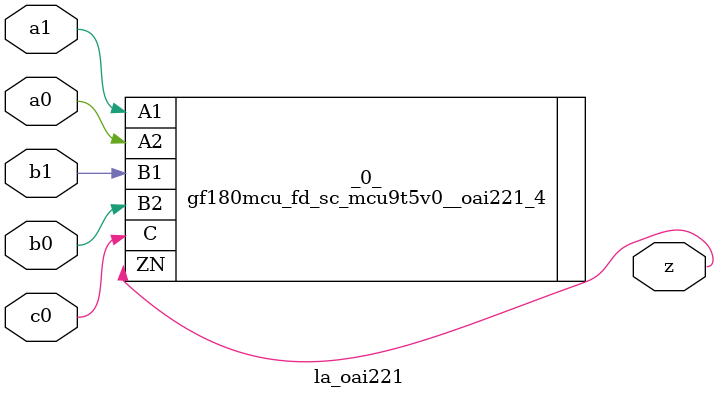
<source format=v>

/* Generated by Yosys 0.44 (git sha1 80ba43d26, g++ 11.4.0-1ubuntu1~22.04 -fPIC -O3) */

(* top =  1  *)
(* src = "generated" *)
(* keep_hierarchy *)
module la_oai221 (
    a0,
    a1,
    b0,
    b1,
    c0,
    z
);
  (* src = "generated" *)
  input a0;
  wire a0;
  (* src = "generated" *)
  input a1;
  wire a1;
  (* src = "generated" *)
  input b0;
  wire b0;
  (* src = "generated" *)
  input b1;
  wire b1;
  (* src = "generated" *)
  input c0;
  wire c0;
  (* src = "generated" *)
  output z;
  wire z;
  gf180mcu_fd_sc_mcu9t5v0__oai221_4 _0_ (
      .A1(a1),
      .A2(a0),
      .B1(b1),
      .B2(b0),
      .C (c0),
      .ZN(z)
  );
endmodule

</source>
